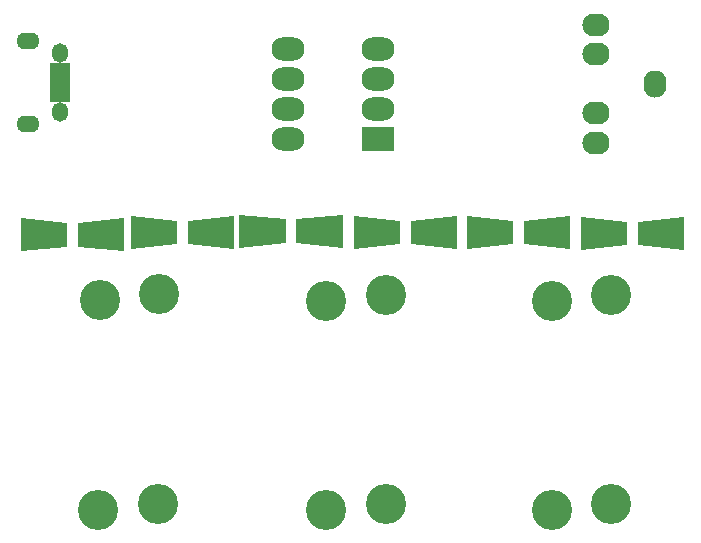
<source format=gts>
G04 #@! TF.FileFunction,Soldermask,Top*
%FSLAX46Y46*%
G04 Gerber Fmt 4.6, Leading zero omitted, Abs format (unit mm)*
G04 Created by KiCad (PCBNEW 4.0.6) date Sunday, July 23, 2017 'AMt' 01:12:39 AM*
%MOMM*%
%LPD*%
G01*
G04 APERTURE LIST*
%ADD10C,0.100000*%
%ADD11O,1.924000X2.300000*%
%ADD12O,2.300000X1.924000*%
%ADD13R,2.800000X2.000000*%
%ADD14O,2.800000X2.000000*%
%ADD15R,1.750000X0.800000*%
%ADD16O,1.350000X1.650000*%
%ADD17O,1.950000X1.400000*%
%ADD18C,3.400000*%
G04 APERTURE END LIST*
D10*
D11*
X165172000Y-79627000D03*
D12*
X160172000Y-82127000D03*
X160172000Y-77127000D03*
X160172000Y-84627000D03*
X160172000Y-74627000D03*
D13*
X141772000Y-84327000D03*
D14*
X134152000Y-76707000D03*
X141772000Y-81787000D03*
X134152000Y-79247000D03*
X141772000Y-79247000D03*
X134152000Y-81787000D03*
X141772000Y-76707000D03*
X134152000Y-84327000D03*
D15*
X114822000Y-78227000D03*
X114822000Y-78877000D03*
X114822000Y-79527000D03*
X114822000Y-80177000D03*
X114822000Y-80827000D03*
D16*
X114822000Y-77027000D03*
X114822000Y-82027000D03*
D17*
X112122000Y-76027000D03*
X112122000Y-83027000D03*
D18*
X118172000Y-97927000D03*
X123172000Y-97427000D03*
X118072000Y-115727000D03*
X123072000Y-115227000D03*
X137372000Y-98027000D03*
X142372000Y-97527000D03*
X137372000Y-115727000D03*
X142372000Y-115227000D03*
X156472000Y-98027000D03*
X161472000Y-97527000D03*
X156472000Y-115727000D03*
X161472000Y-115227000D03*
D10*
G36*
X111508940Y-93825880D02*
X111508940Y-91028120D01*
X115409060Y-91426900D01*
X115409060Y-93427100D01*
X111508940Y-93825880D01*
X111508940Y-93825880D01*
G37*
G36*
X120235060Y-91028120D02*
X120235060Y-93825880D01*
X116334940Y-93427100D01*
X116334940Y-91426900D01*
X120235060Y-91028120D01*
X120235060Y-91028120D01*
G37*
G36*
X129535060Y-90828120D02*
X129535060Y-93625880D01*
X125634940Y-93227100D01*
X125634940Y-91226900D01*
X129535060Y-90828120D01*
X129535060Y-90828120D01*
G37*
G36*
X120808940Y-93625880D02*
X120808940Y-90828120D01*
X124709060Y-91226900D01*
X124709060Y-93227100D01*
X120808940Y-93625880D01*
X120808940Y-93625880D01*
G37*
G36*
X130008940Y-93525880D02*
X130008940Y-90728120D01*
X133909060Y-91126900D01*
X133909060Y-93127100D01*
X130008940Y-93525880D01*
X130008940Y-93525880D01*
G37*
G36*
X138735060Y-90728120D02*
X138735060Y-93525880D01*
X134834940Y-93127100D01*
X134834940Y-91126900D01*
X138735060Y-90728120D01*
X138735060Y-90728120D01*
G37*
G36*
X139708940Y-93625880D02*
X139708940Y-90828120D01*
X143609060Y-91226900D01*
X143609060Y-93227100D01*
X139708940Y-93625880D01*
X139708940Y-93625880D01*
G37*
G36*
X148435060Y-90828120D02*
X148435060Y-93625880D01*
X144534940Y-93227100D01*
X144534940Y-91226900D01*
X148435060Y-90828120D01*
X148435060Y-90828120D01*
G37*
G36*
X149308940Y-93625880D02*
X149308940Y-90828120D01*
X153209060Y-91226900D01*
X153209060Y-93227100D01*
X149308940Y-93625880D01*
X149308940Y-93625880D01*
G37*
G36*
X158035060Y-90828120D02*
X158035060Y-93625880D01*
X154134940Y-93227100D01*
X154134940Y-91226900D01*
X158035060Y-90828120D01*
X158035060Y-90828120D01*
G37*
G36*
X158908940Y-93725880D02*
X158908940Y-90928120D01*
X162809060Y-91326900D01*
X162809060Y-93327100D01*
X158908940Y-93725880D01*
X158908940Y-93725880D01*
G37*
G36*
X167635060Y-90928120D02*
X167635060Y-93725880D01*
X163734940Y-93327100D01*
X163734940Y-91326900D01*
X167635060Y-90928120D01*
X167635060Y-90928120D01*
G37*
M02*

</source>
